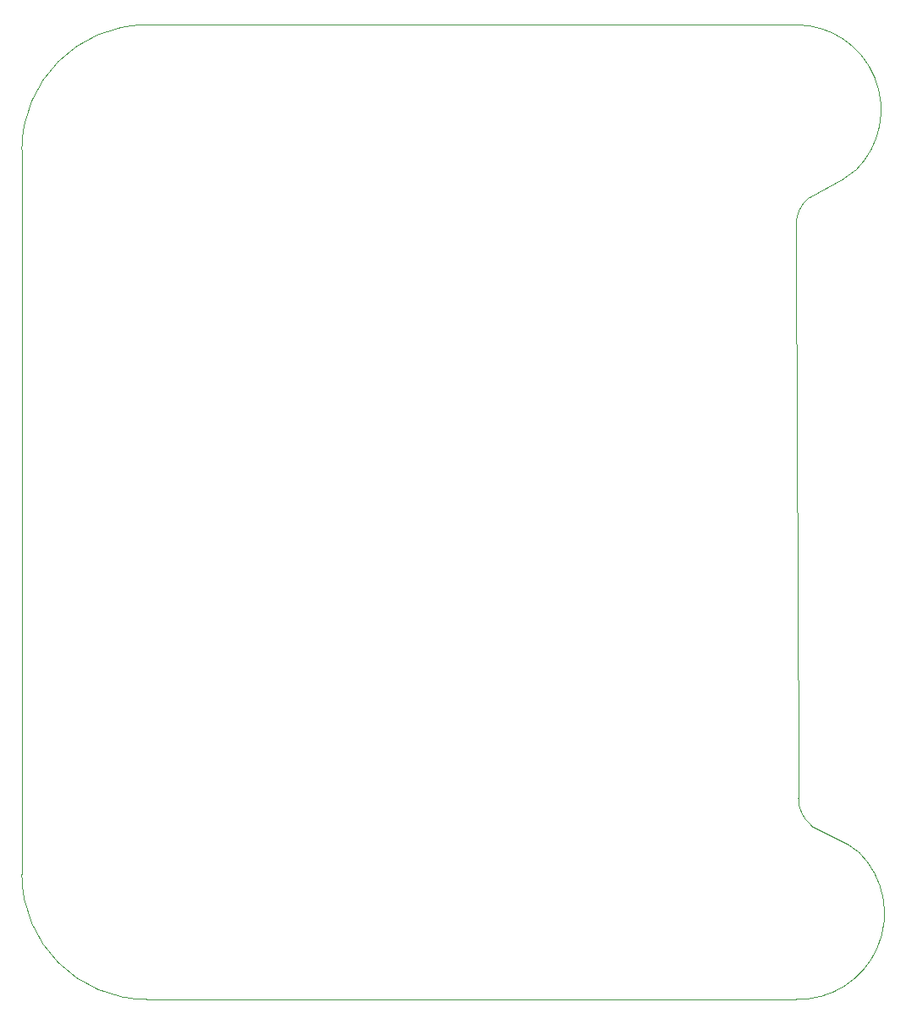
<source format=gm1>
%TF.GenerationSoftware,KiCad,Pcbnew,9.0.0*%
%TF.CreationDate,2025-03-08T23:10:00+01:00*%
%TF.ProjectId,MKRWAN_NSK,4d4b5257-414e-45f4-9e53-4b2e6b696361,v4*%
%TF.SameCoordinates,Original*%
%TF.FileFunction,Profile,NP*%
%FSLAX46Y46*%
G04 Gerber Fmt 4.6, Leading zero omitted, Abs format (unit mm)*
G04 Created by KiCad (PCBNEW 9.0.0) date 2025-03-08 23:10:00*
%MOMM*%
%LPD*%
G01*
G04 APERTURE LIST*
%TA.AperFunction,Profile*%
%ADD10C,0.050000*%
%TD*%
G04 APERTURE END LIST*
D10*
X189000000Y-160500000D02*
X254000000Y-160500000D01*
X176500000Y-75500000D02*
G75*
G02*
X189000000Y-63000000I12500000J0D01*
G01*
X260319527Y-145813101D02*
G75*
G02*
X254000000Y-160500000I-6084845J-6084836D01*
G01*
X254234683Y-136897937D02*
X254234683Y-140397937D01*
X259050917Y-144908029D02*
X255548250Y-143130977D01*
X259050919Y-144908029D02*
G75*
G02*
X260319527Y-145813102I-3316336J-5990008D01*
G01*
X255548250Y-143130978D02*
G75*
G02*
X254234683Y-140397937I2186440J2733044D01*
G01*
X260010406Y-77510408D02*
G75*
G02*
X258765317Y-78397937I-4510406J5010408D01*
G01*
X258765325Y-78397937D02*
X255313567Y-80266960D01*
X254000000Y-83000000D02*
G75*
G02*
X255313567Y-80266959I3500000J0D01*
G01*
X254000000Y-86500000D02*
X254000000Y-83000000D01*
X254000000Y-86500000D02*
X254234683Y-136897937D01*
X254000000Y-63000001D02*
G75*
G02*
X260010406Y-77510408I0J-8499999D01*
G01*
X254000000Y-63000000D02*
X189000000Y-63000000D01*
X189000000Y-160500000D02*
G75*
G02*
X176500000Y-148000000I0J12500000D01*
G01*
X176500000Y-75500000D02*
X176500000Y-148000000D01*
M02*

</source>
